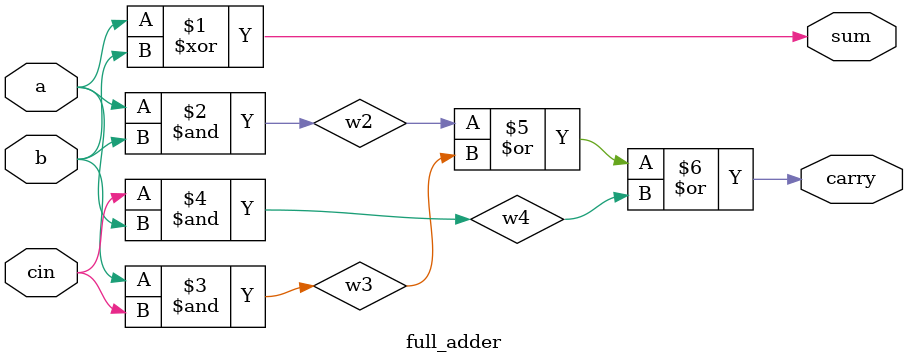
<source format=v>

module full_adder (
    input a, b, cin,
    output sum, carry
);

    wire w1, w2, w3, w4;

    xor w1 (sum, a, b);
    and w2 (w2, a, b);
    and w3 (w3, b, cin);
    and w4 (w4, cin, a);

    or or_gate (carry, w2, w3, w4);

endmodule


</source>
